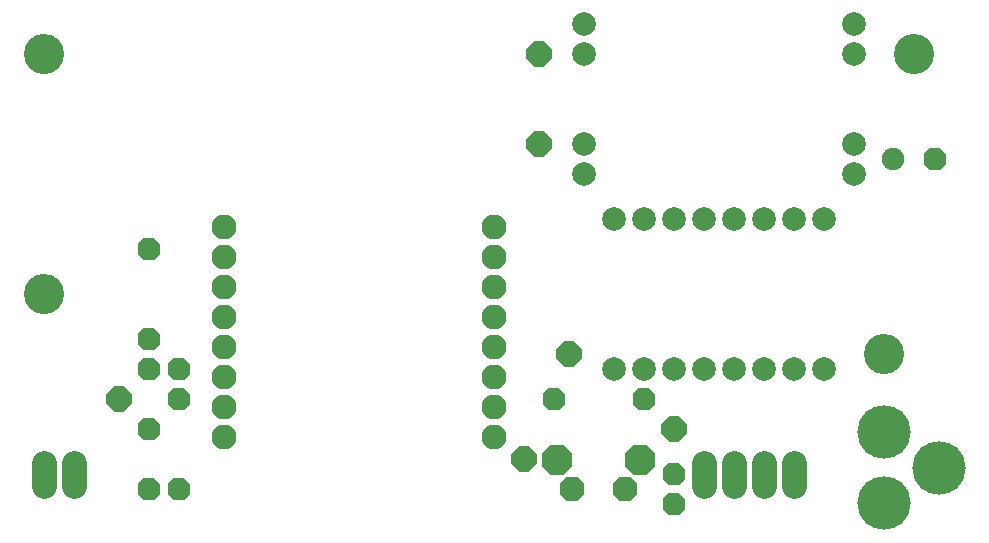
<source format=gbr>
G04 EAGLE Gerber RS-274X export*
G75*
%MOMM*%
%FSLAX34Y34*%
%LPD*%
%AMOC8*
5,1,8,0,0,1.08239X$1,22.5*%
G01*
%ADD10C,2.003200*%
%ADD11C,2.119200*%
%ADD12P,2.073859X8X22.500000*%
%ADD13C,1.916000*%
%ADD14C,4.521200*%
%ADD15P,2.073859X8X112.500000*%
%ADD16P,2.293801X8X22.500000*%
%ADD17P,2.073859X8X292.500000*%
%ADD18C,3.403200*%
%ADD19P,2.073859X8X202.500000*%
%ADD20C,2.103200*%
%ADD21P,2.276483X8X22.500000*%
%ADD22P,2.817678X8X22.500000*%


D10*
X698500Y266700D03*
X673100Y266700D03*
X647700Y266700D03*
X622300Y266700D03*
X596900Y266700D03*
X571500Y266700D03*
X546100Y266700D03*
X520700Y266700D03*
X520700Y139700D03*
X546100Y139700D03*
X571500Y139700D03*
X596900Y139700D03*
X622300Y139700D03*
X647700Y139700D03*
X673100Y139700D03*
X698500Y139700D03*
D11*
X673100Y60380D02*
X673100Y41220D01*
X647700Y41220D02*
X647700Y60380D01*
X622300Y60380D02*
X622300Y41220D01*
X596900Y41220D02*
X596900Y60380D01*
X63500Y60380D02*
X63500Y41220D01*
X38100Y41220D02*
X38100Y60380D01*
D12*
X792480Y317500D03*
D13*
X756920Y317500D03*
D14*
X749300Y86200D03*
X749300Y26200D03*
X796300Y56200D03*
D15*
X571500Y25400D03*
X571500Y50800D03*
D16*
X444500Y63500D03*
X457200Y330200D03*
X571500Y88900D03*
D15*
X152400Y38100D03*
X152400Y114300D03*
X127000Y165100D03*
X127000Y241300D03*
D12*
X469900Y114300D03*
X546100Y114300D03*
D16*
X101600Y114300D03*
D17*
X127000Y88900D03*
X127000Y38100D03*
D18*
X38100Y406400D03*
X38100Y203200D03*
X774700Y406400D03*
X749300Y152400D03*
D16*
X482600Y152400D03*
X457200Y406400D03*
D19*
X152400Y139700D03*
X127000Y139700D03*
D10*
X723900Y431800D03*
X723900Y406400D03*
X723900Y330200D03*
X495300Y431800D03*
X495300Y406400D03*
X495300Y304800D03*
X495300Y330200D03*
X723900Y304800D03*
D20*
X190500Y107950D03*
X190500Y133350D03*
X190500Y158750D03*
X190500Y184150D03*
X190500Y209550D03*
X190500Y234950D03*
X190500Y260350D03*
X419100Y107950D03*
X419100Y133350D03*
X419100Y158750D03*
X419100Y184150D03*
X419100Y209550D03*
X419100Y234950D03*
X419100Y260350D03*
X190500Y82550D03*
X419100Y82550D03*
D21*
X485500Y38100D03*
X530500Y38100D03*
D22*
X543000Y63100D03*
X473000Y63100D03*
M02*

</source>
